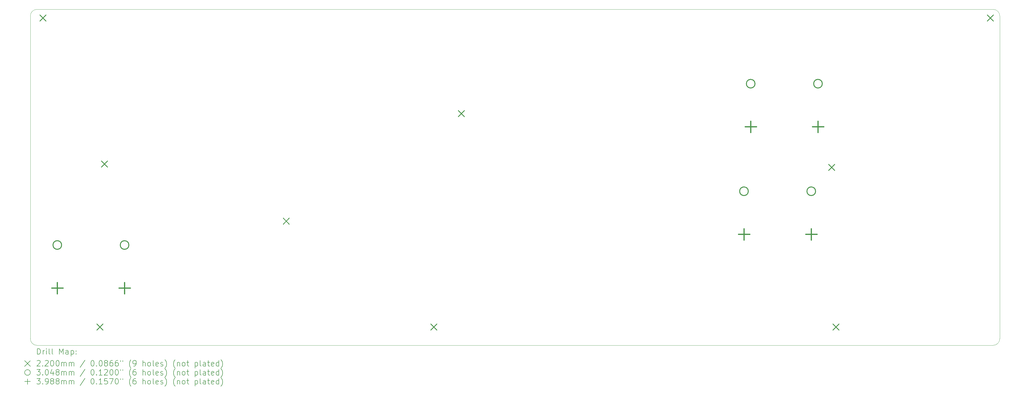
<source format=gbr>
%TF.GenerationSoftware,KiCad,Pcbnew,7.0.2*%
%TF.CreationDate,2023-05-08T20:33:36+02:00*%
%TF.ProjectId,verasity_PCB,76657261-7369-4747-995f-5043422e6b69,rev?*%
%TF.SameCoordinates,Original*%
%TF.FileFunction,Drillmap*%
%TF.FilePolarity,Positive*%
%FSLAX45Y45*%
G04 Gerber Fmt 4.5, Leading zero omitted, Abs format (unit mm)*
G04 Created by KiCad (PCBNEW 7.0.2) date 2023-05-08 20:33:36*
%MOMM*%
%LPD*%
G01*
G04 APERTURE LIST*
%ADD10C,0.010000*%
%ADD11C,0.200000*%
%ADD12C,0.220000*%
%ADD13C,0.304800*%
%ADD14C,0.398780*%
G04 APERTURE END LIST*
D10*
X-1190625Y-714375D02*
G75*
G03*
X-952500Y-952500I238125J0D01*
G01*
X-952500Y10953750D02*
G75*
G03*
X-1190625Y10715625I0J-238125D01*
G01*
X33099375Y10715625D02*
G75*
G03*
X32861250Y10953750I-238125J0D01*
G01*
X32861250Y-952500D02*
G75*
G03*
X33099375Y-714375I0J238125D01*
G01*
X32861250Y-952500D02*
X-952500Y-952500D01*
X33099375Y10715625D02*
X33099400Y-714375D01*
X-1190625Y-714375D02*
X-1190625Y10715625D01*
X-952500Y10953750D02*
X32861250Y10953750D01*
D11*
D12*
X-860000Y10760000D02*
X-640000Y10540000D01*
X-640000Y10760000D02*
X-860000Y10540000D01*
X1160000Y-190000D02*
X1380000Y-410000D01*
X1380000Y-190000D02*
X1160000Y-410000D01*
X1318750Y5586875D02*
X1538750Y5366875D01*
X1538750Y5586875D02*
X1318750Y5366875D01*
X7748125Y3562812D02*
X7968125Y3342812D01*
X7968125Y3562812D02*
X7748125Y3342812D01*
X12971000Y-190000D02*
X13191000Y-410000D01*
X13191000Y-190000D02*
X12971000Y-410000D01*
X13939375Y7372812D02*
X14159375Y7152812D01*
X14159375Y7372812D02*
X13939375Y7152812D01*
X27036250Y5467813D02*
X27256250Y5247813D01*
X27256250Y5467813D02*
X27036250Y5247813D01*
X27195000Y-190000D02*
X27415000Y-410000D01*
X27415000Y-190000D02*
X27195000Y-410000D01*
X32656000Y10760000D02*
X32876000Y10540000D01*
X32876000Y10760000D02*
X32656000Y10540000D01*
D13*
X-85100Y2603500D02*
G75*
G03*
X-85100Y2603500I-152400J0D01*
G01*
X2294900Y2603500D02*
G75*
G03*
X2294900Y2603500I-152400J0D01*
G01*
X24203650Y4508500D02*
G75*
G03*
X24203650Y4508500I-152400J0D01*
G01*
X24441775Y8318500D02*
G75*
G03*
X24441775Y8318500I-152400J0D01*
G01*
X26583650Y4508500D02*
G75*
G03*
X26583650Y4508500I-152400J0D01*
G01*
X26821775Y8318500D02*
G75*
G03*
X26821775Y8318500I-152400J0D01*
G01*
D14*
X-237500Y1278890D02*
X-237500Y880110D01*
X-436890Y1079500D02*
X-38110Y1079500D01*
X2142500Y1278890D02*
X2142500Y880110D01*
X1943110Y1079500D02*
X2341890Y1079500D01*
X24051250Y3183890D02*
X24051250Y2785110D01*
X23851860Y2984500D02*
X24250640Y2984500D01*
X24289375Y6993890D02*
X24289375Y6595110D01*
X24089985Y6794500D02*
X24488765Y6794500D01*
X26431250Y3183890D02*
X26431250Y2785110D01*
X26231860Y2984500D02*
X26630640Y2984500D01*
X26669375Y6993890D02*
X26669375Y6595110D01*
X26469985Y6794500D02*
X26868765Y6794500D01*
D11*
X-943506Y-1265524D02*
X-943506Y-1065524D01*
X-943506Y-1065524D02*
X-895887Y-1065524D01*
X-895887Y-1065524D02*
X-867315Y-1075048D01*
X-867315Y-1075048D02*
X-848268Y-1094095D01*
X-848268Y-1094095D02*
X-838744Y-1113143D01*
X-838744Y-1113143D02*
X-829220Y-1151238D01*
X-829220Y-1151238D02*
X-829220Y-1179810D01*
X-829220Y-1179810D02*
X-838744Y-1217905D01*
X-838744Y-1217905D02*
X-848268Y-1236952D01*
X-848268Y-1236952D02*
X-867315Y-1256000D01*
X-867315Y-1256000D02*
X-895887Y-1265524D01*
X-895887Y-1265524D02*
X-943506Y-1265524D01*
X-743506Y-1265524D02*
X-743506Y-1132190D01*
X-743506Y-1170286D02*
X-733982Y-1151238D01*
X-733982Y-1151238D02*
X-724458Y-1141714D01*
X-724458Y-1141714D02*
X-705411Y-1132190D01*
X-705411Y-1132190D02*
X-686363Y-1132190D01*
X-619696Y-1265524D02*
X-619696Y-1132190D01*
X-619696Y-1065524D02*
X-629220Y-1075048D01*
X-629220Y-1075048D02*
X-619696Y-1084571D01*
X-619696Y-1084571D02*
X-610173Y-1075048D01*
X-610173Y-1075048D02*
X-619696Y-1065524D01*
X-619696Y-1065524D02*
X-619696Y-1084571D01*
X-495887Y-1265524D02*
X-514934Y-1256000D01*
X-514934Y-1256000D02*
X-524458Y-1236952D01*
X-524458Y-1236952D02*
X-524458Y-1065524D01*
X-391125Y-1265524D02*
X-410173Y-1256000D01*
X-410173Y-1256000D02*
X-419696Y-1236952D01*
X-419696Y-1236952D02*
X-419696Y-1065524D01*
X-162554Y-1265524D02*
X-162554Y-1065524D01*
X-162554Y-1065524D02*
X-95887Y-1208381D01*
X-95887Y-1208381D02*
X-29220Y-1065524D01*
X-29220Y-1065524D02*
X-29220Y-1265524D01*
X151732Y-1265524D02*
X151732Y-1160762D01*
X151732Y-1160762D02*
X142208Y-1141714D01*
X142208Y-1141714D02*
X123161Y-1132190D01*
X123161Y-1132190D02*
X85065Y-1132190D01*
X85065Y-1132190D02*
X66018Y-1141714D01*
X151732Y-1256000D02*
X132685Y-1265524D01*
X132685Y-1265524D02*
X85065Y-1265524D01*
X85065Y-1265524D02*
X66018Y-1256000D01*
X66018Y-1256000D02*
X56494Y-1236952D01*
X56494Y-1236952D02*
X56494Y-1217905D01*
X56494Y-1217905D02*
X66018Y-1198857D01*
X66018Y-1198857D02*
X85065Y-1189333D01*
X85065Y-1189333D02*
X132685Y-1189333D01*
X132685Y-1189333D02*
X151732Y-1179810D01*
X246970Y-1132190D02*
X246970Y-1332190D01*
X246970Y-1141714D02*
X266018Y-1132190D01*
X266018Y-1132190D02*
X304113Y-1132190D01*
X304113Y-1132190D02*
X323161Y-1141714D01*
X323161Y-1141714D02*
X332685Y-1151238D01*
X332685Y-1151238D02*
X342208Y-1170286D01*
X342208Y-1170286D02*
X342208Y-1227429D01*
X342208Y-1227429D02*
X332685Y-1246476D01*
X332685Y-1246476D02*
X323161Y-1256000D01*
X323161Y-1256000D02*
X304113Y-1265524D01*
X304113Y-1265524D02*
X266018Y-1265524D01*
X266018Y-1265524D02*
X246970Y-1256000D01*
X427923Y-1246476D02*
X437446Y-1256000D01*
X437446Y-1256000D02*
X427923Y-1265524D01*
X427923Y-1265524D02*
X418399Y-1256000D01*
X418399Y-1256000D02*
X427923Y-1246476D01*
X427923Y-1246476D02*
X427923Y-1265524D01*
X427923Y-1141714D02*
X437446Y-1151238D01*
X437446Y-1151238D02*
X427923Y-1160762D01*
X427923Y-1160762D02*
X418399Y-1151238D01*
X418399Y-1151238D02*
X427923Y-1141714D01*
X427923Y-1141714D02*
X427923Y-1160762D01*
X-1391125Y-1493000D02*
X-1191125Y-1693000D01*
X-1191125Y-1493000D02*
X-1391125Y-1693000D01*
X-953030Y-1504571D02*
X-943506Y-1495048D01*
X-943506Y-1495048D02*
X-924458Y-1485524D01*
X-924458Y-1485524D02*
X-876839Y-1485524D01*
X-876839Y-1485524D02*
X-857792Y-1495048D01*
X-857792Y-1495048D02*
X-848268Y-1504571D01*
X-848268Y-1504571D02*
X-838744Y-1523619D01*
X-838744Y-1523619D02*
X-838744Y-1542667D01*
X-838744Y-1542667D02*
X-848268Y-1571238D01*
X-848268Y-1571238D02*
X-962553Y-1685524D01*
X-962553Y-1685524D02*
X-838744Y-1685524D01*
X-753030Y-1666476D02*
X-743506Y-1676000D01*
X-743506Y-1676000D02*
X-753030Y-1685524D01*
X-753030Y-1685524D02*
X-762553Y-1676000D01*
X-762553Y-1676000D02*
X-753030Y-1666476D01*
X-753030Y-1666476D02*
X-753030Y-1685524D01*
X-667315Y-1504571D02*
X-657792Y-1495048D01*
X-657792Y-1495048D02*
X-638744Y-1485524D01*
X-638744Y-1485524D02*
X-591125Y-1485524D01*
X-591125Y-1485524D02*
X-572077Y-1495048D01*
X-572077Y-1495048D02*
X-562554Y-1504571D01*
X-562554Y-1504571D02*
X-553030Y-1523619D01*
X-553030Y-1523619D02*
X-553030Y-1542667D01*
X-553030Y-1542667D02*
X-562554Y-1571238D01*
X-562554Y-1571238D02*
X-676839Y-1685524D01*
X-676839Y-1685524D02*
X-553030Y-1685524D01*
X-429220Y-1485524D02*
X-410172Y-1485524D01*
X-410172Y-1485524D02*
X-391125Y-1495048D01*
X-391125Y-1495048D02*
X-381601Y-1504571D01*
X-381601Y-1504571D02*
X-372077Y-1523619D01*
X-372077Y-1523619D02*
X-362553Y-1561714D01*
X-362553Y-1561714D02*
X-362553Y-1609333D01*
X-362553Y-1609333D02*
X-372077Y-1647428D01*
X-372077Y-1647428D02*
X-381601Y-1666476D01*
X-381601Y-1666476D02*
X-391125Y-1676000D01*
X-391125Y-1676000D02*
X-410172Y-1685524D01*
X-410172Y-1685524D02*
X-429220Y-1685524D01*
X-429220Y-1685524D02*
X-448268Y-1676000D01*
X-448268Y-1676000D02*
X-457792Y-1666476D01*
X-457792Y-1666476D02*
X-467315Y-1647428D01*
X-467315Y-1647428D02*
X-476839Y-1609333D01*
X-476839Y-1609333D02*
X-476839Y-1561714D01*
X-476839Y-1561714D02*
X-467315Y-1523619D01*
X-467315Y-1523619D02*
X-457792Y-1504571D01*
X-457792Y-1504571D02*
X-448268Y-1495048D01*
X-448268Y-1495048D02*
X-429220Y-1485524D01*
X-238744Y-1485524D02*
X-219696Y-1485524D01*
X-219696Y-1485524D02*
X-200649Y-1495048D01*
X-200649Y-1495048D02*
X-191125Y-1504571D01*
X-191125Y-1504571D02*
X-181601Y-1523619D01*
X-181601Y-1523619D02*
X-172077Y-1561714D01*
X-172077Y-1561714D02*
X-172077Y-1609333D01*
X-172077Y-1609333D02*
X-181601Y-1647428D01*
X-181601Y-1647428D02*
X-191125Y-1666476D01*
X-191125Y-1666476D02*
X-200649Y-1676000D01*
X-200649Y-1676000D02*
X-219696Y-1685524D01*
X-219696Y-1685524D02*
X-238744Y-1685524D01*
X-238744Y-1685524D02*
X-257792Y-1676000D01*
X-257792Y-1676000D02*
X-267315Y-1666476D01*
X-267315Y-1666476D02*
X-276839Y-1647428D01*
X-276839Y-1647428D02*
X-286363Y-1609333D01*
X-286363Y-1609333D02*
X-286363Y-1561714D01*
X-286363Y-1561714D02*
X-276839Y-1523619D01*
X-276839Y-1523619D02*
X-267315Y-1504571D01*
X-267315Y-1504571D02*
X-257792Y-1495048D01*
X-257792Y-1495048D02*
X-238744Y-1485524D01*
X-86363Y-1685524D02*
X-86363Y-1552190D01*
X-86363Y-1571238D02*
X-76839Y-1561714D01*
X-76839Y-1561714D02*
X-57792Y-1552190D01*
X-57792Y-1552190D02*
X-29220Y-1552190D01*
X-29220Y-1552190D02*
X-10173Y-1561714D01*
X-10173Y-1561714D02*
X-649Y-1580762D01*
X-649Y-1580762D02*
X-649Y-1685524D01*
X-649Y-1580762D02*
X8875Y-1561714D01*
X8875Y-1561714D02*
X27923Y-1552190D01*
X27923Y-1552190D02*
X56494Y-1552190D01*
X56494Y-1552190D02*
X75542Y-1561714D01*
X75542Y-1561714D02*
X85066Y-1580762D01*
X85066Y-1580762D02*
X85066Y-1685524D01*
X180304Y-1685524D02*
X180304Y-1552190D01*
X180304Y-1571238D02*
X189827Y-1561714D01*
X189827Y-1561714D02*
X208875Y-1552190D01*
X208875Y-1552190D02*
X237446Y-1552190D01*
X237446Y-1552190D02*
X256494Y-1561714D01*
X256494Y-1561714D02*
X266018Y-1580762D01*
X266018Y-1580762D02*
X266018Y-1685524D01*
X266018Y-1580762D02*
X275542Y-1561714D01*
X275542Y-1561714D02*
X294589Y-1552190D01*
X294589Y-1552190D02*
X323161Y-1552190D01*
X323161Y-1552190D02*
X342208Y-1561714D01*
X342208Y-1561714D02*
X351732Y-1580762D01*
X351732Y-1580762D02*
X351732Y-1685524D01*
X742208Y-1476000D02*
X570780Y-1733143D01*
X999351Y-1485524D02*
X1018399Y-1485524D01*
X1018399Y-1485524D02*
X1037447Y-1495048D01*
X1037447Y-1495048D02*
X1046970Y-1504571D01*
X1046970Y-1504571D02*
X1056494Y-1523619D01*
X1056494Y-1523619D02*
X1066018Y-1561714D01*
X1066018Y-1561714D02*
X1066018Y-1609333D01*
X1066018Y-1609333D02*
X1056494Y-1647428D01*
X1056494Y-1647428D02*
X1046970Y-1666476D01*
X1046970Y-1666476D02*
X1037447Y-1676000D01*
X1037447Y-1676000D02*
X1018399Y-1685524D01*
X1018399Y-1685524D02*
X999351Y-1685524D01*
X999351Y-1685524D02*
X980304Y-1676000D01*
X980304Y-1676000D02*
X970780Y-1666476D01*
X970780Y-1666476D02*
X961256Y-1647428D01*
X961256Y-1647428D02*
X951732Y-1609333D01*
X951732Y-1609333D02*
X951732Y-1561714D01*
X951732Y-1561714D02*
X961256Y-1523619D01*
X961256Y-1523619D02*
X970780Y-1504571D01*
X970780Y-1504571D02*
X980304Y-1495048D01*
X980304Y-1495048D02*
X999351Y-1485524D01*
X1151732Y-1666476D02*
X1161256Y-1676000D01*
X1161256Y-1676000D02*
X1151732Y-1685524D01*
X1151732Y-1685524D02*
X1142209Y-1676000D01*
X1142209Y-1676000D02*
X1151732Y-1666476D01*
X1151732Y-1666476D02*
X1151732Y-1685524D01*
X1285066Y-1485524D02*
X1304113Y-1485524D01*
X1304113Y-1485524D02*
X1323161Y-1495048D01*
X1323161Y-1495048D02*
X1332685Y-1504571D01*
X1332685Y-1504571D02*
X1342209Y-1523619D01*
X1342209Y-1523619D02*
X1351732Y-1561714D01*
X1351732Y-1561714D02*
X1351732Y-1609333D01*
X1351732Y-1609333D02*
X1342209Y-1647428D01*
X1342209Y-1647428D02*
X1332685Y-1666476D01*
X1332685Y-1666476D02*
X1323161Y-1676000D01*
X1323161Y-1676000D02*
X1304113Y-1685524D01*
X1304113Y-1685524D02*
X1285066Y-1685524D01*
X1285066Y-1685524D02*
X1266018Y-1676000D01*
X1266018Y-1676000D02*
X1256494Y-1666476D01*
X1256494Y-1666476D02*
X1246970Y-1647428D01*
X1246970Y-1647428D02*
X1237447Y-1609333D01*
X1237447Y-1609333D02*
X1237447Y-1561714D01*
X1237447Y-1561714D02*
X1246970Y-1523619D01*
X1246970Y-1523619D02*
X1256494Y-1504571D01*
X1256494Y-1504571D02*
X1266018Y-1495048D01*
X1266018Y-1495048D02*
X1285066Y-1485524D01*
X1466018Y-1571238D02*
X1446970Y-1561714D01*
X1446970Y-1561714D02*
X1437447Y-1552190D01*
X1437447Y-1552190D02*
X1427923Y-1533143D01*
X1427923Y-1533143D02*
X1427923Y-1523619D01*
X1427923Y-1523619D02*
X1437447Y-1504571D01*
X1437447Y-1504571D02*
X1446970Y-1495048D01*
X1446970Y-1495048D02*
X1466018Y-1485524D01*
X1466018Y-1485524D02*
X1504113Y-1485524D01*
X1504113Y-1485524D02*
X1523161Y-1495048D01*
X1523161Y-1495048D02*
X1532685Y-1504571D01*
X1532685Y-1504571D02*
X1542208Y-1523619D01*
X1542208Y-1523619D02*
X1542208Y-1533143D01*
X1542208Y-1533143D02*
X1532685Y-1552190D01*
X1532685Y-1552190D02*
X1523161Y-1561714D01*
X1523161Y-1561714D02*
X1504113Y-1571238D01*
X1504113Y-1571238D02*
X1466018Y-1571238D01*
X1466018Y-1571238D02*
X1446970Y-1580762D01*
X1446970Y-1580762D02*
X1437447Y-1590286D01*
X1437447Y-1590286D02*
X1427923Y-1609333D01*
X1427923Y-1609333D02*
X1427923Y-1647428D01*
X1427923Y-1647428D02*
X1437447Y-1666476D01*
X1437447Y-1666476D02*
X1446970Y-1676000D01*
X1446970Y-1676000D02*
X1466018Y-1685524D01*
X1466018Y-1685524D02*
X1504113Y-1685524D01*
X1504113Y-1685524D02*
X1523161Y-1676000D01*
X1523161Y-1676000D02*
X1532685Y-1666476D01*
X1532685Y-1666476D02*
X1542208Y-1647428D01*
X1542208Y-1647428D02*
X1542208Y-1609333D01*
X1542208Y-1609333D02*
X1532685Y-1590286D01*
X1532685Y-1590286D02*
X1523161Y-1580762D01*
X1523161Y-1580762D02*
X1504113Y-1571238D01*
X1713637Y-1485524D02*
X1675542Y-1485524D01*
X1675542Y-1485524D02*
X1656494Y-1495048D01*
X1656494Y-1495048D02*
X1646970Y-1504571D01*
X1646970Y-1504571D02*
X1627923Y-1533143D01*
X1627923Y-1533143D02*
X1618399Y-1571238D01*
X1618399Y-1571238D02*
X1618399Y-1647428D01*
X1618399Y-1647428D02*
X1627923Y-1666476D01*
X1627923Y-1666476D02*
X1637447Y-1676000D01*
X1637447Y-1676000D02*
X1656494Y-1685524D01*
X1656494Y-1685524D02*
X1694589Y-1685524D01*
X1694589Y-1685524D02*
X1713637Y-1676000D01*
X1713637Y-1676000D02*
X1723161Y-1666476D01*
X1723161Y-1666476D02*
X1732685Y-1647428D01*
X1732685Y-1647428D02*
X1732685Y-1599809D01*
X1732685Y-1599809D02*
X1723161Y-1580762D01*
X1723161Y-1580762D02*
X1713637Y-1571238D01*
X1713637Y-1571238D02*
X1694589Y-1561714D01*
X1694589Y-1561714D02*
X1656494Y-1561714D01*
X1656494Y-1561714D02*
X1637447Y-1571238D01*
X1637447Y-1571238D02*
X1627923Y-1580762D01*
X1627923Y-1580762D02*
X1618399Y-1599809D01*
X1904113Y-1485524D02*
X1866018Y-1485524D01*
X1866018Y-1485524D02*
X1846970Y-1495048D01*
X1846970Y-1495048D02*
X1837447Y-1504571D01*
X1837447Y-1504571D02*
X1818399Y-1533143D01*
X1818399Y-1533143D02*
X1808875Y-1571238D01*
X1808875Y-1571238D02*
X1808875Y-1647428D01*
X1808875Y-1647428D02*
X1818399Y-1666476D01*
X1818399Y-1666476D02*
X1827923Y-1676000D01*
X1827923Y-1676000D02*
X1846970Y-1685524D01*
X1846970Y-1685524D02*
X1885066Y-1685524D01*
X1885066Y-1685524D02*
X1904113Y-1676000D01*
X1904113Y-1676000D02*
X1913637Y-1666476D01*
X1913637Y-1666476D02*
X1923161Y-1647428D01*
X1923161Y-1647428D02*
X1923161Y-1599809D01*
X1923161Y-1599809D02*
X1913637Y-1580762D01*
X1913637Y-1580762D02*
X1904113Y-1571238D01*
X1904113Y-1571238D02*
X1885066Y-1561714D01*
X1885066Y-1561714D02*
X1846970Y-1561714D01*
X1846970Y-1561714D02*
X1827923Y-1571238D01*
X1827923Y-1571238D02*
X1818399Y-1580762D01*
X1818399Y-1580762D02*
X1808875Y-1599809D01*
X1999351Y-1485524D02*
X1999351Y-1523619D01*
X2075542Y-1485524D02*
X2075542Y-1523619D01*
X2370780Y-1761714D02*
X2361256Y-1752190D01*
X2361256Y-1752190D02*
X2342209Y-1723619D01*
X2342209Y-1723619D02*
X2332685Y-1704571D01*
X2332685Y-1704571D02*
X2323161Y-1676000D01*
X2323161Y-1676000D02*
X2313637Y-1628381D01*
X2313637Y-1628381D02*
X2313637Y-1590286D01*
X2313637Y-1590286D02*
X2323161Y-1542667D01*
X2323161Y-1542667D02*
X2332685Y-1514095D01*
X2332685Y-1514095D02*
X2342209Y-1495048D01*
X2342209Y-1495048D02*
X2361256Y-1466476D01*
X2361256Y-1466476D02*
X2370780Y-1456952D01*
X2456494Y-1685524D02*
X2494590Y-1685524D01*
X2494590Y-1685524D02*
X2513637Y-1676000D01*
X2513637Y-1676000D02*
X2523161Y-1666476D01*
X2523161Y-1666476D02*
X2542209Y-1637905D01*
X2542209Y-1637905D02*
X2551732Y-1599809D01*
X2551732Y-1599809D02*
X2551732Y-1523619D01*
X2551732Y-1523619D02*
X2542209Y-1504571D01*
X2542209Y-1504571D02*
X2532685Y-1495048D01*
X2532685Y-1495048D02*
X2513637Y-1485524D01*
X2513637Y-1485524D02*
X2475542Y-1485524D01*
X2475542Y-1485524D02*
X2456494Y-1495048D01*
X2456494Y-1495048D02*
X2446971Y-1504571D01*
X2446971Y-1504571D02*
X2437447Y-1523619D01*
X2437447Y-1523619D02*
X2437447Y-1571238D01*
X2437447Y-1571238D02*
X2446971Y-1590286D01*
X2446971Y-1590286D02*
X2456494Y-1599809D01*
X2456494Y-1599809D02*
X2475542Y-1609333D01*
X2475542Y-1609333D02*
X2513637Y-1609333D01*
X2513637Y-1609333D02*
X2532685Y-1599809D01*
X2532685Y-1599809D02*
X2542209Y-1590286D01*
X2542209Y-1590286D02*
X2551732Y-1571238D01*
X2789828Y-1685524D02*
X2789828Y-1485524D01*
X2875542Y-1685524D02*
X2875542Y-1580762D01*
X2875542Y-1580762D02*
X2866018Y-1561714D01*
X2866018Y-1561714D02*
X2846971Y-1552190D01*
X2846971Y-1552190D02*
X2818399Y-1552190D01*
X2818399Y-1552190D02*
X2799351Y-1561714D01*
X2799351Y-1561714D02*
X2789828Y-1571238D01*
X2999351Y-1685524D02*
X2980304Y-1676000D01*
X2980304Y-1676000D02*
X2970780Y-1666476D01*
X2970780Y-1666476D02*
X2961256Y-1647428D01*
X2961256Y-1647428D02*
X2961256Y-1590286D01*
X2961256Y-1590286D02*
X2970780Y-1571238D01*
X2970780Y-1571238D02*
X2980304Y-1561714D01*
X2980304Y-1561714D02*
X2999351Y-1552190D01*
X2999351Y-1552190D02*
X3027923Y-1552190D01*
X3027923Y-1552190D02*
X3046971Y-1561714D01*
X3046971Y-1561714D02*
X3056494Y-1571238D01*
X3056494Y-1571238D02*
X3066018Y-1590286D01*
X3066018Y-1590286D02*
X3066018Y-1647428D01*
X3066018Y-1647428D02*
X3056494Y-1666476D01*
X3056494Y-1666476D02*
X3046971Y-1676000D01*
X3046971Y-1676000D02*
X3027923Y-1685524D01*
X3027923Y-1685524D02*
X2999351Y-1685524D01*
X3180304Y-1685524D02*
X3161256Y-1676000D01*
X3161256Y-1676000D02*
X3151732Y-1656952D01*
X3151732Y-1656952D02*
X3151732Y-1485524D01*
X3332685Y-1676000D02*
X3313637Y-1685524D01*
X3313637Y-1685524D02*
X3275542Y-1685524D01*
X3275542Y-1685524D02*
X3256494Y-1676000D01*
X3256494Y-1676000D02*
X3246971Y-1656952D01*
X3246971Y-1656952D02*
X3246971Y-1580762D01*
X3246971Y-1580762D02*
X3256494Y-1561714D01*
X3256494Y-1561714D02*
X3275542Y-1552190D01*
X3275542Y-1552190D02*
X3313637Y-1552190D01*
X3313637Y-1552190D02*
X3332685Y-1561714D01*
X3332685Y-1561714D02*
X3342209Y-1580762D01*
X3342209Y-1580762D02*
X3342209Y-1599809D01*
X3342209Y-1599809D02*
X3246971Y-1618857D01*
X3418399Y-1676000D02*
X3437447Y-1685524D01*
X3437447Y-1685524D02*
X3475542Y-1685524D01*
X3475542Y-1685524D02*
X3494590Y-1676000D01*
X3494590Y-1676000D02*
X3504113Y-1656952D01*
X3504113Y-1656952D02*
X3504113Y-1647428D01*
X3504113Y-1647428D02*
X3494590Y-1628381D01*
X3494590Y-1628381D02*
X3475542Y-1618857D01*
X3475542Y-1618857D02*
X3446971Y-1618857D01*
X3446971Y-1618857D02*
X3427923Y-1609333D01*
X3427923Y-1609333D02*
X3418399Y-1590286D01*
X3418399Y-1590286D02*
X3418399Y-1580762D01*
X3418399Y-1580762D02*
X3427923Y-1561714D01*
X3427923Y-1561714D02*
X3446971Y-1552190D01*
X3446971Y-1552190D02*
X3475542Y-1552190D01*
X3475542Y-1552190D02*
X3494590Y-1561714D01*
X3570780Y-1761714D02*
X3580304Y-1752190D01*
X3580304Y-1752190D02*
X3599352Y-1723619D01*
X3599352Y-1723619D02*
X3608875Y-1704571D01*
X3608875Y-1704571D02*
X3618399Y-1676000D01*
X3618399Y-1676000D02*
X3627923Y-1628381D01*
X3627923Y-1628381D02*
X3627923Y-1590286D01*
X3627923Y-1590286D02*
X3618399Y-1542667D01*
X3618399Y-1542667D02*
X3608875Y-1514095D01*
X3608875Y-1514095D02*
X3599352Y-1495048D01*
X3599352Y-1495048D02*
X3580304Y-1466476D01*
X3580304Y-1466476D02*
X3570780Y-1456952D01*
X3932685Y-1761714D02*
X3923161Y-1752190D01*
X3923161Y-1752190D02*
X3904113Y-1723619D01*
X3904113Y-1723619D02*
X3894590Y-1704571D01*
X3894590Y-1704571D02*
X3885066Y-1676000D01*
X3885066Y-1676000D02*
X3875542Y-1628381D01*
X3875542Y-1628381D02*
X3875542Y-1590286D01*
X3875542Y-1590286D02*
X3885066Y-1542667D01*
X3885066Y-1542667D02*
X3894590Y-1514095D01*
X3894590Y-1514095D02*
X3904113Y-1495048D01*
X3904113Y-1495048D02*
X3923161Y-1466476D01*
X3923161Y-1466476D02*
X3932685Y-1456952D01*
X4008875Y-1552190D02*
X4008875Y-1685524D01*
X4008875Y-1571238D02*
X4018399Y-1561714D01*
X4018399Y-1561714D02*
X4037447Y-1552190D01*
X4037447Y-1552190D02*
X4066018Y-1552190D01*
X4066018Y-1552190D02*
X4085066Y-1561714D01*
X4085066Y-1561714D02*
X4094590Y-1580762D01*
X4094590Y-1580762D02*
X4094590Y-1685524D01*
X4218399Y-1685524D02*
X4199352Y-1676000D01*
X4199352Y-1676000D02*
X4189828Y-1666476D01*
X4189828Y-1666476D02*
X4180304Y-1647428D01*
X4180304Y-1647428D02*
X4180304Y-1590286D01*
X4180304Y-1590286D02*
X4189828Y-1571238D01*
X4189828Y-1571238D02*
X4199352Y-1561714D01*
X4199352Y-1561714D02*
X4218399Y-1552190D01*
X4218399Y-1552190D02*
X4246971Y-1552190D01*
X4246971Y-1552190D02*
X4266018Y-1561714D01*
X4266018Y-1561714D02*
X4275542Y-1571238D01*
X4275542Y-1571238D02*
X4285066Y-1590286D01*
X4285066Y-1590286D02*
X4285066Y-1647428D01*
X4285066Y-1647428D02*
X4275542Y-1666476D01*
X4275542Y-1666476D02*
X4266018Y-1676000D01*
X4266018Y-1676000D02*
X4246971Y-1685524D01*
X4246971Y-1685524D02*
X4218399Y-1685524D01*
X4342209Y-1552190D02*
X4418399Y-1552190D01*
X4370780Y-1485524D02*
X4370780Y-1656952D01*
X4370780Y-1656952D02*
X4380304Y-1676000D01*
X4380304Y-1676000D02*
X4399352Y-1685524D01*
X4399352Y-1685524D02*
X4418399Y-1685524D01*
X4637447Y-1552190D02*
X4637447Y-1752190D01*
X4637447Y-1561714D02*
X4656495Y-1552190D01*
X4656495Y-1552190D02*
X4694590Y-1552190D01*
X4694590Y-1552190D02*
X4713637Y-1561714D01*
X4713637Y-1561714D02*
X4723161Y-1571238D01*
X4723161Y-1571238D02*
X4732685Y-1590286D01*
X4732685Y-1590286D02*
X4732685Y-1647428D01*
X4732685Y-1647428D02*
X4723161Y-1666476D01*
X4723161Y-1666476D02*
X4713637Y-1676000D01*
X4713637Y-1676000D02*
X4694590Y-1685524D01*
X4694590Y-1685524D02*
X4656495Y-1685524D01*
X4656495Y-1685524D02*
X4637447Y-1676000D01*
X4846971Y-1685524D02*
X4827923Y-1676000D01*
X4827923Y-1676000D02*
X4818399Y-1656952D01*
X4818399Y-1656952D02*
X4818399Y-1485524D01*
X5008876Y-1685524D02*
X5008876Y-1580762D01*
X5008876Y-1580762D02*
X4999352Y-1561714D01*
X4999352Y-1561714D02*
X4980304Y-1552190D01*
X4980304Y-1552190D02*
X4942209Y-1552190D01*
X4942209Y-1552190D02*
X4923161Y-1561714D01*
X5008876Y-1676000D02*
X4989828Y-1685524D01*
X4989828Y-1685524D02*
X4942209Y-1685524D01*
X4942209Y-1685524D02*
X4923161Y-1676000D01*
X4923161Y-1676000D02*
X4913637Y-1656952D01*
X4913637Y-1656952D02*
X4913637Y-1637905D01*
X4913637Y-1637905D02*
X4923161Y-1618857D01*
X4923161Y-1618857D02*
X4942209Y-1609333D01*
X4942209Y-1609333D02*
X4989828Y-1609333D01*
X4989828Y-1609333D02*
X5008876Y-1599809D01*
X5075542Y-1552190D02*
X5151733Y-1552190D01*
X5104114Y-1485524D02*
X5104114Y-1656952D01*
X5104114Y-1656952D02*
X5113637Y-1676000D01*
X5113637Y-1676000D02*
X5132685Y-1685524D01*
X5132685Y-1685524D02*
X5151733Y-1685524D01*
X5294590Y-1676000D02*
X5275542Y-1685524D01*
X5275542Y-1685524D02*
X5237447Y-1685524D01*
X5237447Y-1685524D02*
X5218399Y-1676000D01*
X5218399Y-1676000D02*
X5208876Y-1656952D01*
X5208876Y-1656952D02*
X5208876Y-1580762D01*
X5208876Y-1580762D02*
X5218399Y-1561714D01*
X5218399Y-1561714D02*
X5237447Y-1552190D01*
X5237447Y-1552190D02*
X5275542Y-1552190D01*
X5275542Y-1552190D02*
X5294590Y-1561714D01*
X5294590Y-1561714D02*
X5304114Y-1580762D01*
X5304114Y-1580762D02*
X5304114Y-1599809D01*
X5304114Y-1599809D02*
X5208876Y-1618857D01*
X5475542Y-1685524D02*
X5475542Y-1485524D01*
X5475542Y-1676000D02*
X5456495Y-1685524D01*
X5456495Y-1685524D02*
X5418399Y-1685524D01*
X5418399Y-1685524D02*
X5399352Y-1676000D01*
X5399352Y-1676000D02*
X5389828Y-1666476D01*
X5389828Y-1666476D02*
X5380304Y-1647428D01*
X5380304Y-1647428D02*
X5380304Y-1590286D01*
X5380304Y-1590286D02*
X5389828Y-1571238D01*
X5389828Y-1571238D02*
X5399352Y-1561714D01*
X5399352Y-1561714D02*
X5418399Y-1552190D01*
X5418399Y-1552190D02*
X5456495Y-1552190D01*
X5456495Y-1552190D02*
X5475542Y-1561714D01*
X5551733Y-1761714D02*
X5561257Y-1752190D01*
X5561257Y-1752190D02*
X5580304Y-1723619D01*
X5580304Y-1723619D02*
X5589828Y-1704571D01*
X5589828Y-1704571D02*
X5599352Y-1676000D01*
X5599352Y-1676000D02*
X5608875Y-1628381D01*
X5608875Y-1628381D02*
X5608875Y-1590286D01*
X5608875Y-1590286D02*
X5599352Y-1542667D01*
X5599352Y-1542667D02*
X5589828Y-1514095D01*
X5589828Y-1514095D02*
X5580304Y-1495048D01*
X5580304Y-1495048D02*
X5561257Y-1466476D01*
X5561257Y-1466476D02*
X5551733Y-1456952D01*
X-1191125Y-1913000D02*
G75*
G03*
X-1191125Y-1913000I-100000J0D01*
G01*
X-962553Y-1805524D02*
X-838744Y-1805524D01*
X-838744Y-1805524D02*
X-905411Y-1881714D01*
X-905411Y-1881714D02*
X-876839Y-1881714D01*
X-876839Y-1881714D02*
X-857792Y-1891238D01*
X-857792Y-1891238D02*
X-848268Y-1900762D01*
X-848268Y-1900762D02*
X-838744Y-1919809D01*
X-838744Y-1919809D02*
X-838744Y-1967428D01*
X-838744Y-1967428D02*
X-848268Y-1986476D01*
X-848268Y-1986476D02*
X-857792Y-1996000D01*
X-857792Y-1996000D02*
X-876839Y-2005524D01*
X-876839Y-2005524D02*
X-933982Y-2005524D01*
X-933982Y-2005524D02*
X-953030Y-1996000D01*
X-953030Y-1996000D02*
X-962553Y-1986476D01*
X-753030Y-1986476D02*
X-743506Y-1996000D01*
X-743506Y-1996000D02*
X-753030Y-2005524D01*
X-753030Y-2005524D02*
X-762553Y-1996000D01*
X-762553Y-1996000D02*
X-753030Y-1986476D01*
X-753030Y-1986476D02*
X-753030Y-2005524D01*
X-619696Y-1805524D02*
X-600649Y-1805524D01*
X-600649Y-1805524D02*
X-581601Y-1815048D01*
X-581601Y-1815048D02*
X-572077Y-1824571D01*
X-572077Y-1824571D02*
X-562554Y-1843619D01*
X-562554Y-1843619D02*
X-553030Y-1881714D01*
X-553030Y-1881714D02*
X-553030Y-1929333D01*
X-553030Y-1929333D02*
X-562554Y-1967428D01*
X-562554Y-1967428D02*
X-572077Y-1986476D01*
X-572077Y-1986476D02*
X-581601Y-1996000D01*
X-581601Y-1996000D02*
X-600649Y-2005524D01*
X-600649Y-2005524D02*
X-619696Y-2005524D01*
X-619696Y-2005524D02*
X-638744Y-1996000D01*
X-638744Y-1996000D02*
X-648268Y-1986476D01*
X-648268Y-1986476D02*
X-657792Y-1967428D01*
X-657792Y-1967428D02*
X-667315Y-1929333D01*
X-667315Y-1929333D02*
X-667315Y-1881714D01*
X-667315Y-1881714D02*
X-657792Y-1843619D01*
X-657792Y-1843619D02*
X-648268Y-1824571D01*
X-648268Y-1824571D02*
X-638744Y-1815048D01*
X-638744Y-1815048D02*
X-619696Y-1805524D01*
X-381601Y-1872190D02*
X-381601Y-2005524D01*
X-429220Y-1796000D02*
X-476839Y-1938857D01*
X-476839Y-1938857D02*
X-353030Y-1938857D01*
X-248268Y-1891238D02*
X-267315Y-1881714D01*
X-267315Y-1881714D02*
X-276839Y-1872190D01*
X-276839Y-1872190D02*
X-286363Y-1853143D01*
X-286363Y-1853143D02*
X-286363Y-1843619D01*
X-286363Y-1843619D02*
X-276839Y-1824571D01*
X-276839Y-1824571D02*
X-267315Y-1815048D01*
X-267315Y-1815048D02*
X-248268Y-1805524D01*
X-248268Y-1805524D02*
X-210172Y-1805524D01*
X-210172Y-1805524D02*
X-191125Y-1815048D01*
X-191125Y-1815048D02*
X-181601Y-1824571D01*
X-181601Y-1824571D02*
X-172077Y-1843619D01*
X-172077Y-1843619D02*
X-172077Y-1853143D01*
X-172077Y-1853143D02*
X-181601Y-1872190D01*
X-181601Y-1872190D02*
X-191125Y-1881714D01*
X-191125Y-1881714D02*
X-210172Y-1891238D01*
X-210172Y-1891238D02*
X-248268Y-1891238D01*
X-248268Y-1891238D02*
X-267315Y-1900762D01*
X-267315Y-1900762D02*
X-276839Y-1910286D01*
X-276839Y-1910286D02*
X-286363Y-1929333D01*
X-286363Y-1929333D02*
X-286363Y-1967428D01*
X-286363Y-1967428D02*
X-276839Y-1986476D01*
X-276839Y-1986476D02*
X-267315Y-1996000D01*
X-267315Y-1996000D02*
X-248268Y-2005524D01*
X-248268Y-2005524D02*
X-210172Y-2005524D01*
X-210172Y-2005524D02*
X-191125Y-1996000D01*
X-191125Y-1996000D02*
X-181601Y-1986476D01*
X-181601Y-1986476D02*
X-172077Y-1967428D01*
X-172077Y-1967428D02*
X-172077Y-1929333D01*
X-172077Y-1929333D02*
X-181601Y-1910286D01*
X-181601Y-1910286D02*
X-191125Y-1900762D01*
X-191125Y-1900762D02*
X-210172Y-1891238D01*
X-86363Y-2005524D02*
X-86363Y-1872190D01*
X-86363Y-1891238D02*
X-76839Y-1881714D01*
X-76839Y-1881714D02*
X-57792Y-1872190D01*
X-57792Y-1872190D02*
X-29220Y-1872190D01*
X-29220Y-1872190D02*
X-10173Y-1881714D01*
X-10173Y-1881714D02*
X-649Y-1900762D01*
X-649Y-1900762D02*
X-649Y-2005524D01*
X-649Y-1900762D02*
X8875Y-1881714D01*
X8875Y-1881714D02*
X27923Y-1872190D01*
X27923Y-1872190D02*
X56494Y-1872190D01*
X56494Y-1872190D02*
X75542Y-1881714D01*
X75542Y-1881714D02*
X85066Y-1900762D01*
X85066Y-1900762D02*
X85066Y-2005524D01*
X180304Y-2005524D02*
X180304Y-1872190D01*
X180304Y-1891238D02*
X189827Y-1881714D01*
X189827Y-1881714D02*
X208875Y-1872190D01*
X208875Y-1872190D02*
X237446Y-1872190D01*
X237446Y-1872190D02*
X256494Y-1881714D01*
X256494Y-1881714D02*
X266018Y-1900762D01*
X266018Y-1900762D02*
X266018Y-2005524D01*
X266018Y-1900762D02*
X275542Y-1881714D01*
X275542Y-1881714D02*
X294589Y-1872190D01*
X294589Y-1872190D02*
X323161Y-1872190D01*
X323161Y-1872190D02*
X342208Y-1881714D01*
X342208Y-1881714D02*
X351732Y-1900762D01*
X351732Y-1900762D02*
X351732Y-2005524D01*
X742208Y-1796000D02*
X570780Y-2053143D01*
X999351Y-1805524D02*
X1018399Y-1805524D01*
X1018399Y-1805524D02*
X1037447Y-1815048D01*
X1037447Y-1815048D02*
X1046970Y-1824571D01*
X1046970Y-1824571D02*
X1056494Y-1843619D01*
X1056494Y-1843619D02*
X1066018Y-1881714D01*
X1066018Y-1881714D02*
X1066018Y-1929333D01*
X1066018Y-1929333D02*
X1056494Y-1967428D01*
X1056494Y-1967428D02*
X1046970Y-1986476D01*
X1046970Y-1986476D02*
X1037447Y-1996000D01*
X1037447Y-1996000D02*
X1018399Y-2005524D01*
X1018399Y-2005524D02*
X999351Y-2005524D01*
X999351Y-2005524D02*
X980304Y-1996000D01*
X980304Y-1996000D02*
X970780Y-1986476D01*
X970780Y-1986476D02*
X961256Y-1967428D01*
X961256Y-1967428D02*
X951732Y-1929333D01*
X951732Y-1929333D02*
X951732Y-1881714D01*
X951732Y-1881714D02*
X961256Y-1843619D01*
X961256Y-1843619D02*
X970780Y-1824571D01*
X970780Y-1824571D02*
X980304Y-1815048D01*
X980304Y-1815048D02*
X999351Y-1805524D01*
X1151732Y-1986476D02*
X1161256Y-1996000D01*
X1161256Y-1996000D02*
X1151732Y-2005524D01*
X1151732Y-2005524D02*
X1142209Y-1996000D01*
X1142209Y-1996000D02*
X1151732Y-1986476D01*
X1151732Y-1986476D02*
X1151732Y-2005524D01*
X1351732Y-2005524D02*
X1237447Y-2005524D01*
X1294589Y-2005524D02*
X1294589Y-1805524D01*
X1294589Y-1805524D02*
X1275542Y-1834095D01*
X1275542Y-1834095D02*
X1256494Y-1853143D01*
X1256494Y-1853143D02*
X1237447Y-1862667D01*
X1427923Y-1824571D02*
X1437447Y-1815048D01*
X1437447Y-1815048D02*
X1456494Y-1805524D01*
X1456494Y-1805524D02*
X1504113Y-1805524D01*
X1504113Y-1805524D02*
X1523161Y-1815048D01*
X1523161Y-1815048D02*
X1532685Y-1824571D01*
X1532685Y-1824571D02*
X1542208Y-1843619D01*
X1542208Y-1843619D02*
X1542208Y-1862667D01*
X1542208Y-1862667D02*
X1532685Y-1891238D01*
X1532685Y-1891238D02*
X1418399Y-2005524D01*
X1418399Y-2005524D02*
X1542208Y-2005524D01*
X1666018Y-1805524D02*
X1685066Y-1805524D01*
X1685066Y-1805524D02*
X1704113Y-1815048D01*
X1704113Y-1815048D02*
X1713637Y-1824571D01*
X1713637Y-1824571D02*
X1723161Y-1843619D01*
X1723161Y-1843619D02*
X1732685Y-1881714D01*
X1732685Y-1881714D02*
X1732685Y-1929333D01*
X1732685Y-1929333D02*
X1723161Y-1967428D01*
X1723161Y-1967428D02*
X1713637Y-1986476D01*
X1713637Y-1986476D02*
X1704113Y-1996000D01*
X1704113Y-1996000D02*
X1685066Y-2005524D01*
X1685066Y-2005524D02*
X1666018Y-2005524D01*
X1666018Y-2005524D02*
X1646970Y-1996000D01*
X1646970Y-1996000D02*
X1637447Y-1986476D01*
X1637447Y-1986476D02*
X1627923Y-1967428D01*
X1627923Y-1967428D02*
X1618399Y-1929333D01*
X1618399Y-1929333D02*
X1618399Y-1881714D01*
X1618399Y-1881714D02*
X1627923Y-1843619D01*
X1627923Y-1843619D02*
X1637447Y-1824571D01*
X1637447Y-1824571D02*
X1646970Y-1815048D01*
X1646970Y-1815048D02*
X1666018Y-1805524D01*
X1856494Y-1805524D02*
X1875542Y-1805524D01*
X1875542Y-1805524D02*
X1894589Y-1815048D01*
X1894589Y-1815048D02*
X1904113Y-1824571D01*
X1904113Y-1824571D02*
X1913637Y-1843619D01*
X1913637Y-1843619D02*
X1923161Y-1881714D01*
X1923161Y-1881714D02*
X1923161Y-1929333D01*
X1923161Y-1929333D02*
X1913637Y-1967428D01*
X1913637Y-1967428D02*
X1904113Y-1986476D01*
X1904113Y-1986476D02*
X1894589Y-1996000D01*
X1894589Y-1996000D02*
X1875542Y-2005524D01*
X1875542Y-2005524D02*
X1856494Y-2005524D01*
X1856494Y-2005524D02*
X1837447Y-1996000D01*
X1837447Y-1996000D02*
X1827923Y-1986476D01*
X1827923Y-1986476D02*
X1818399Y-1967428D01*
X1818399Y-1967428D02*
X1808875Y-1929333D01*
X1808875Y-1929333D02*
X1808875Y-1881714D01*
X1808875Y-1881714D02*
X1818399Y-1843619D01*
X1818399Y-1843619D02*
X1827923Y-1824571D01*
X1827923Y-1824571D02*
X1837447Y-1815048D01*
X1837447Y-1815048D02*
X1856494Y-1805524D01*
X1999351Y-1805524D02*
X1999351Y-1843619D01*
X2075542Y-1805524D02*
X2075542Y-1843619D01*
X2370780Y-2081714D02*
X2361256Y-2072190D01*
X2361256Y-2072190D02*
X2342209Y-2043619D01*
X2342209Y-2043619D02*
X2332685Y-2024571D01*
X2332685Y-2024571D02*
X2323161Y-1996000D01*
X2323161Y-1996000D02*
X2313637Y-1948381D01*
X2313637Y-1948381D02*
X2313637Y-1910286D01*
X2313637Y-1910286D02*
X2323161Y-1862667D01*
X2323161Y-1862667D02*
X2332685Y-1834095D01*
X2332685Y-1834095D02*
X2342209Y-1815048D01*
X2342209Y-1815048D02*
X2361256Y-1786476D01*
X2361256Y-1786476D02*
X2370780Y-1776952D01*
X2532685Y-1805524D02*
X2494590Y-1805524D01*
X2494590Y-1805524D02*
X2475542Y-1815048D01*
X2475542Y-1815048D02*
X2466018Y-1824571D01*
X2466018Y-1824571D02*
X2446971Y-1853143D01*
X2446971Y-1853143D02*
X2437447Y-1891238D01*
X2437447Y-1891238D02*
X2437447Y-1967428D01*
X2437447Y-1967428D02*
X2446971Y-1986476D01*
X2446971Y-1986476D02*
X2456494Y-1996000D01*
X2456494Y-1996000D02*
X2475542Y-2005524D01*
X2475542Y-2005524D02*
X2513637Y-2005524D01*
X2513637Y-2005524D02*
X2532685Y-1996000D01*
X2532685Y-1996000D02*
X2542209Y-1986476D01*
X2542209Y-1986476D02*
X2551732Y-1967428D01*
X2551732Y-1967428D02*
X2551732Y-1919809D01*
X2551732Y-1919809D02*
X2542209Y-1900762D01*
X2542209Y-1900762D02*
X2532685Y-1891238D01*
X2532685Y-1891238D02*
X2513637Y-1881714D01*
X2513637Y-1881714D02*
X2475542Y-1881714D01*
X2475542Y-1881714D02*
X2456494Y-1891238D01*
X2456494Y-1891238D02*
X2446971Y-1900762D01*
X2446971Y-1900762D02*
X2437447Y-1919809D01*
X2789828Y-2005524D02*
X2789828Y-1805524D01*
X2875542Y-2005524D02*
X2875542Y-1900762D01*
X2875542Y-1900762D02*
X2866018Y-1881714D01*
X2866018Y-1881714D02*
X2846971Y-1872190D01*
X2846971Y-1872190D02*
X2818399Y-1872190D01*
X2818399Y-1872190D02*
X2799351Y-1881714D01*
X2799351Y-1881714D02*
X2789828Y-1891238D01*
X2999351Y-2005524D02*
X2980304Y-1996000D01*
X2980304Y-1996000D02*
X2970780Y-1986476D01*
X2970780Y-1986476D02*
X2961256Y-1967428D01*
X2961256Y-1967428D02*
X2961256Y-1910286D01*
X2961256Y-1910286D02*
X2970780Y-1891238D01*
X2970780Y-1891238D02*
X2980304Y-1881714D01*
X2980304Y-1881714D02*
X2999351Y-1872190D01*
X2999351Y-1872190D02*
X3027923Y-1872190D01*
X3027923Y-1872190D02*
X3046971Y-1881714D01*
X3046971Y-1881714D02*
X3056494Y-1891238D01*
X3056494Y-1891238D02*
X3066018Y-1910286D01*
X3066018Y-1910286D02*
X3066018Y-1967428D01*
X3066018Y-1967428D02*
X3056494Y-1986476D01*
X3056494Y-1986476D02*
X3046971Y-1996000D01*
X3046971Y-1996000D02*
X3027923Y-2005524D01*
X3027923Y-2005524D02*
X2999351Y-2005524D01*
X3180304Y-2005524D02*
X3161256Y-1996000D01*
X3161256Y-1996000D02*
X3151732Y-1976952D01*
X3151732Y-1976952D02*
X3151732Y-1805524D01*
X3332685Y-1996000D02*
X3313637Y-2005524D01*
X3313637Y-2005524D02*
X3275542Y-2005524D01*
X3275542Y-2005524D02*
X3256494Y-1996000D01*
X3256494Y-1996000D02*
X3246971Y-1976952D01*
X3246971Y-1976952D02*
X3246971Y-1900762D01*
X3246971Y-1900762D02*
X3256494Y-1881714D01*
X3256494Y-1881714D02*
X3275542Y-1872190D01*
X3275542Y-1872190D02*
X3313637Y-1872190D01*
X3313637Y-1872190D02*
X3332685Y-1881714D01*
X3332685Y-1881714D02*
X3342209Y-1900762D01*
X3342209Y-1900762D02*
X3342209Y-1919809D01*
X3342209Y-1919809D02*
X3246971Y-1938857D01*
X3418399Y-1996000D02*
X3437447Y-2005524D01*
X3437447Y-2005524D02*
X3475542Y-2005524D01*
X3475542Y-2005524D02*
X3494590Y-1996000D01*
X3494590Y-1996000D02*
X3504113Y-1976952D01*
X3504113Y-1976952D02*
X3504113Y-1967428D01*
X3504113Y-1967428D02*
X3494590Y-1948381D01*
X3494590Y-1948381D02*
X3475542Y-1938857D01*
X3475542Y-1938857D02*
X3446971Y-1938857D01*
X3446971Y-1938857D02*
X3427923Y-1929333D01*
X3427923Y-1929333D02*
X3418399Y-1910286D01*
X3418399Y-1910286D02*
X3418399Y-1900762D01*
X3418399Y-1900762D02*
X3427923Y-1881714D01*
X3427923Y-1881714D02*
X3446971Y-1872190D01*
X3446971Y-1872190D02*
X3475542Y-1872190D01*
X3475542Y-1872190D02*
X3494590Y-1881714D01*
X3570780Y-2081714D02*
X3580304Y-2072190D01*
X3580304Y-2072190D02*
X3599352Y-2043619D01*
X3599352Y-2043619D02*
X3608875Y-2024571D01*
X3608875Y-2024571D02*
X3618399Y-1996000D01*
X3618399Y-1996000D02*
X3627923Y-1948381D01*
X3627923Y-1948381D02*
X3627923Y-1910286D01*
X3627923Y-1910286D02*
X3618399Y-1862667D01*
X3618399Y-1862667D02*
X3608875Y-1834095D01*
X3608875Y-1834095D02*
X3599352Y-1815048D01*
X3599352Y-1815048D02*
X3580304Y-1786476D01*
X3580304Y-1786476D02*
X3570780Y-1776952D01*
X3932685Y-2081714D02*
X3923161Y-2072190D01*
X3923161Y-2072190D02*
X3904113Y-2043619D01*
X3904113Y-2043619D02*
X3894590Y-2024571D01*
X3894590Y-2024571D02*
X3885066Y-1996000D01*
X3885066Y-1996000D02*
X3875542Y-1948381D01*
X3875542Y-1948381D02*
X3875542Y-1910286D01*
X3875542Y-1910286D02*
X3885066Y-1862667D01*
X3885066Y-1862667D02*
X3894590Y-1834095D01*
X3894590Y-1834095D02*
X3904113Y-1815048D01*
X3904113Y-1815048D02*
X3923161Y-1786476D01*
X3923161Y-1786476D02*
X3932685Y-1776952D01*
X4008875Y-1872190D02*
X4008875Y-2005524D01*
X4008875Y-1891238D02*
X4018399Y-1881714D01*
X4018399Y-1881714D02*
X4037447Y-1872190D01*
X4037447Y-1872190D02*
X4066018Y-1872190D01*
X4066018Y-1872190D02*
X4085066Y-1881714D01*
X4085066Y-1881714D02*
X4094590Y-1900762D01*
X4094590Y-1900762D02*
X4094590Y-2005524D01*
X4218399Y-2005524D02*
X4199352Y-1996000D01*
X4199352Y-1996000D02*
X4189828Y-1986476D01*
X4189828Y-1986476D02*
X4180304Y-1967428D01*
X4180304Y-1967428D02*
X4180304Y-1910286D01*
X4180304Y-1910286D02*
X4189828Y-1891238D01*
X4189828Y-1891238D02*
X4199352Y-1881714D01*
X4199352Y-1881714D02*
X4218399Y-1872190D01*
X4218399Y-1872190D02*
X4246971Y-1872190D01*
X4246971Y-1872190D02*
X4266018Y-1881714D01*
X4266018Y-1881714D02*
X4275542Y-1891238D01*
X4275542Y-1891238D02*
X4285066Y-1910286D01*
X4285066Y-1910286D02*
X4285066Y-1967428D01*
X4285066Y-1967428D02*
X4275542Y-1986476D01*
X4275542Y-1986476D02*
X4266018Y-1996000D01*
X4266018Y-1996000D02*
X4246971Y-2005524D01*
X4246971Y-2005524D02*
X4218399Y-2005524D01*
X4342209Y-1872190D02*
X4418399Y-1872190D01*
X4370780Y-1805524D02*
X4370780Y-1976952D01*
X4370780Y-1976952D02*
X4380304Y-1996000D01*
X4380304Y-1996000D02*
X4399352Y-2005524D01*
X4399352Y-2005524D02*
X4418399Y-2005524D01*
X4637447Y-1872190D02*
X4637447Y-2072190D01*
X4637447Y-1881714D02*
X4656495Y-1872190D01*
X4656495Y-1872190D02*
X4694590Y-1872190D01*
X4694590Y-1872190D02*
X4713637Y-1881714D01*
X4713637Y-1881714D02*
X4723161Y-1891238D01*
X4723161Y-1891238D02*
X4732685Y-1910286D01*
X4732685Y-1910286D02*
X4732685Y-1967428D01*
X4732685Y-1967428D02*
X4723161Y-1986476D01*
X4723161Y-1986476D02*
X4713637Y-1996000D01*
X4713637Y-1996000D02*
X4694590Y-2005524D01*
X4694590Y-2005524D02*
X4656495Y-2005524D01*
X4656495Y-2005524D02*
X4637447Y-1996000D01*
X4846971Y-2005524D02*
X4827923Y-1996000D01*
X4827923Y-1996000D02*
X4818399Y-1976952D01*
X4818399Y-1976952D02*
X4818399Y-1805524D01*
X5008876Y-2005524D02*
X5008876Y-1900762D01*
X5008876Y-1900762D02*
X4999352Y-1881714D01*
X4999352Y-1881714D02*
X4980304Y-1872190D01*
X4980304Y-1872190D02*
X4942209Y-1872190D01*
X4942209Y-1872190D02*
X4923161Y-1881714D01*
X5008876Y-1996000D02*
X4989828Y-2005524D01*
X4989828Y-2005524D02*
X4942209Y-2005524D01*
X4942209Y-2005524D02*
X4923161Y-1996000D01*
X4923161Y-1996000D02*
X4913637Y-1976952D01*
X4913637Y-1976952D02*
X4913637Y-1957905D01*
X4913637Y-1957905D02*
X4923161Y-1938857D01*
X4923161Y-1938857D02*
X4942209Y-1929333D01*
X4942209Y-1929333D02*
X4989828Y-1929333D01*
X4989828Y-1929333D02*
X5008876Y-1919809D01*
X5075542Y-1872190D02*
X5151733Y-1872190D01*
X5104114Y-1805524D02*
X5104114Y-1976952D01*
X5104114Y-1976952D02*
X5113637Y-1996000D01*
X5113637Y-1996000D02*
X5132685Y-2005524D01*
X5132685Y-2005524D02*
X5151733Y-2005524D01*
X5294590Y-1996000D02*
X5275542Y-2005524D01*
X5275542Y-2005524D02*
X5237447Y-2005524D01*
X5237447Y-2005524D02*
X5218399Y-1996000D01*
X5218399Y-1996000D02*
X5208876Y-1976952D01*
X5208876Y-1976952D02*
X5208876Y-1900762D01*
X5208876Y-1900762D02*
X5218399Y-1881714D01*
X5218399Y-1881714D02*
X5237447Y-1872190D01*
X5237447Y-1872190D02*
X5275542Y-1872190D01*
X5275542Y-1872190D02*
X5294590Y-1881714D01*
X5294590Y-1881714D02*
X5304114Y-1900762D01*
X5304114Y-1900762D02*
X5304114Y-1919809D01*
X5304114Y-1919809D02*
X5208876Y-1938857D01*
X5475542Y-2005524D02*
X5475542Y-1805524D01*
X5475542Y-1996000D02*
X5456495Y-2005524D01*
X5456495Y-2005524D02*
X5418399Y-2005524D01*
X5418399Y-2005524D02*
X5399352Y-1996000D01*
X5399352Y-1996000D02*
X5389828Y-1986476D01*
X5389828Y-1986476D02*
X5380304Y-1967428D01*
X5380304Y-1967428D02*
X5380304Y-1910286D01*
X5380304Y-1910286D02*
X5389828Y-1891238D01*
X5389828Y-1891238D02*
X5399352Y-1881714D01*
X5399352Y-1881714D02*
X5418399Y-1872190D01*
X5418399Y-1872190D02*
X5456495Y-1872190D01*
X5456495Y-1872190D02*
X5475542Y-1881714D01*
X5551733Y-2081714D02*
X5561257Y-2072190D01*
X5561257Y-2072190D02*
X5580304Y-2043619D01*
X5580304Y-2043619D02*
X5589828Y-2024571D01*
X5589828Y-2024571D02*
X5599352Y-1996000D01*
X5599352Y-1996000D02*
X5608875Y-1948381D01*
X5608875Y-1948381D02*
X5608875Y-1910286D01*
X5608875Y-1910286D02*
X5599352Y-1862667D01*
X5599352Y-1862667D02*
X5589828Y-1834095D01*
X5589828Y-1834095D02*
X5580304Y-1815048D01*
X5580304Y-1815048D02*
X5561257Y-1786476D01*
X5561257Y-1786476D02*
X5551733Y-1776952D01*
X-1291125Y-2133000D02*
X-1291125Y-2333000D01*
X-1391125Y-2233000D02*
X-1191125Y-2233000D01*
X-962553Y-2125524D02*
X-838744Y-2125524D01*
X-838744Y-2125524D02*
X-905411Y-2201714D01*
X-905411Y-2201714D02*
X-876839Y-2201714D01*
X-876839Y-2201714D02*
X-857792Y-2211238D01*
X-857792Y-2211238D02*
X-848268Y-2220762D01*
X-848268Y-2220762D02*
X-838744Y-2239810D01*
X-838744Y-2239810D02*
X-838744Y-2287429D01*
X-838744Y-2287429D02*
X-848268Y-2306476D01*
X-848268Y-2306476D02*
X-857792Y-2316000D01*
X-857792Y-2316000D02*
X-876839Y-2325524D01*
X-876839Y-2325524D02*
X-933982Y-2325524D01*
X-933982Y-2325524D02*
X-953030Y-2316000D01*
X-953030Y-2316000D02*
X-962553Y-2306476D01*
X-753030Y-2306476D02*
X-743506Y-2316000D01*
X-743506Y-2316000D02*
X-753030Y-2325524D01*
X-753030Y-2325524D02*
X-762553Y-2316000D01*
X-762553Y-2316000D02*
X-753030Y-2306476D01*
X-753030Y-2306476D02*
X-753030Y-2325524D01*
X-648268Y-2325524D02*
X-610173Y-2325524D01*
X-610173Y-2325524D02*
X-591125Y-2316000D01*
X-591125Y-2316000D02*
X-581601Y-2306476D01*
X-581601Y-2306476D02*
X-562554Y-2277905D01*
X-562554Y-2277905D02*
X-553030Y-2239810D01*
X-553030Y-2239810D02*
X-553030Y-2163619D01*
X-553030Y-2163619D02*
X-562554Y-2144571D01*
X-562554Y-2144571D02*
X-572077Y-2135048D01*
X-572077Y-2135048D02*
X-591125Y-2125524D01*
X-591125Y-2125524D02*
X-629220Y-2125524D01*
X-629220Y-2125524D02*
X-648268Y-2135048D01*
X-648268Y-2135048D02*
X-657792Y-2144571D01*
X-657792Y-2144571D02*
X-667315Y-2163619D01*
X-667315Y-2163619D02*
X-667315Y-2211238D01*
X-667315Y-2211238D02*
X-657792Y-2230286D01*
X-657792Y-2230286D02*
X-648268Y-2239810D01*
X-648268Y-2239810D02*
X-629220Y-2249333D01*
X-629220Y-2249333D02*
X-591125Y-2249333D01*
X-591125Y-2249333D02*
X-572077Y-2239810D01*
X-572077Y-2239810D02*
X-562554Y-2230286D01*
X-562554Y-2230286D02*
X-553030Y-2211238D01*
X-438744Y-2211238D02*
X-457792Y-2201714D01*
X-457792Y-2201714D02*
X-467315Y-2192190D01*
X-467315Y-2192190D02*
X-476839Y-2173143D01*
X-476839Y-2173143D02*
X-476839Y-2163619D01*
X-476839Y-2163619D02*
X-467315Y-2144571D01*
X-467315Y-2144571D02*
X-457792Y-2135048D01*
X-457792Y-2135048D02*
X-438744Y-2125524D01*
X-438744Y-2125524D02*
X-400649Y-2125524D01*
X-400649Y-2125524D02*
X-381601Y-2135048D01*
X-381601Y-2135048D02*
X-372077Y-2144571D01*
X-372077Y-2144571D02*
X-362553Y-2163619D01*
X-362553Y-2163619D02*
X-362553Y-2173143D01*
X-362553Y-2173143D02*
X-372077Y-2192190D01*
X-372077Y-2192190D02*
X-381601Y-2201714D01*
X-381601Y-2201714D02*
X-400649Y-2211238D01*
X-400649Y-2211238D02*
X-438744Y-2211238D01*
X-438744Y-2211238D02*
X-457792Y-2220762D01*
X-457792Y-2220762D02*
X-467315Y-2230286D01*
X-467315Y-2230286D02*
X-476839Y-2249333D01*
X-476839Y-2249333D02*
X-476839Y-2287429D01*
X-476839Y-2287429D02*
X-467315Y-2306476D01*
X-467315Y-2306476D02*
X-457792Y-2316000D01*
X-457792Y-2316000D02*
X-438744Y-2325524D01*
X-438744Y-2325524D02*
X-400649Y-2325524D01*
X-400649Y-2325524D02*
X-381601Y-2316000D01*
X-381601Y-2316000D02*
X-372077Y-2306476D01*
X-372077Y-2306476D02*
X-362553Y-2287429D01*
X-362553Y-2287429D02*
X-362553Y-2249333D01*
X-362553Y-2249333D02*
X-372077Y-2230286D01*
X-372077Y-2230286D02*
X-381601Y-2220762D01*
X-381601Y-2220762D02*
X-400649Y-2211238D01*
X-248268Y-2211238D02*
X-267315Y-2201714D01*
X-267315Y-2201714D02*
X-276839Y-2192190D01*
X-276839Y-2192190D02*
X-286363Y-2173143D01*
X-286363Y-2173143D02*
X-286363Y-2163619D01*
X-286363Y-2163619D02*
X-276839Y-2144571D01*
X-276839Y-2144571D02*
X-267315Y-2135048D01*
X-267315Y-2135048D02*
X-248268Y-2125524D01*
X-248268Y-2125524D02*
X-210172Y-2125524D01*
X-210172Y-2125524D02*
X-191125Y-2135048D01*
X-191125Y-2135048D02*
X-181601Y-2144571D01*
X-181601Y-2144571D02*
X-172077Y-2163619D01*
X-172077Y-2163619D02*
X-172077Y-2173143D01*
X-172077Y-2173143D02*
X-181601Y-2192190D01*
X-181601Y-2192190D02*
X-191125Y-2201714D01*
X-191125Y-2201714D02*
X-210172Y-2211238D01*
X-210172Y-2211238D02*
X-248268Y-2211238D01*
X-248268Y-2211238D02*
X-267315Y-2220762D01*
X-267315Y-2220762D02*
X-276839Y-2230286D01*
X-276839Y-2230286D02*
X-286363Y-2249333D01*
X-286363Y-2249333D02*
X-286363Y-2287429D01*
X-286363Y-2287429D02*
X-276839Y-2306476D01*
X-276839Y-2306476D02*
X-267315Y-2316000D01*
X-267315Y-2316000D02*
X-248268Y-2325524D01*
X-248268Y-2325524D02*
X-210172Y-2325524D01*
X-210172Y-2325524D02*
X-191125Y-2316000D01*
X-191125Y-2316000D02*
X-181601Y-2306476D01*
X-181601Y-2306476D02*
X-172077Y-2287429D01*
X-172077Y-2287429D02*
X-172077Y-2249333D01*
X-172077Y-2249333D02*
X-181601Y-2230286D01*
X-181601Y-2230286D02*
X-191125Y-2220762D01*
X-191125Y-2220762D02*
X-210172Y-2211238D01*
X-86363Y-2325524D02*
X-86363Y-2192190D01*
X-86363Y-2211238D02*
X-76839Y-2201714D01*
X-76839Y-2201714D02*
X-57792Y-2192190D01*
X-57792Y-2192190D02*
X-29220Y-2192190D01*
X-29220Y-2192190D02*
X-10173Y-2201714D01*
X-10173Y-2201714D02*
X-649Y-2220762D01*
X-649Y-2220762D02*
X-649Y-2325524D01*
X-649Y-2220762D02*
X8875Y-2201714D01*
X8875Y-2201714D02*
X27923Y-2192190D01*
X27923Y-2192190D02*
X56494Y-2192190D01*
X56494Y-2192190D02*
X75542Y-2201714D01*
X75542Y-2201714D02*
X85066Y-2220762D01*
X85066Y-2220762D02*
X85066Y-2325524D01*
X180304Y-2325524D02*
X180304Y-2192190D01*
X180304Y-2211238D02*
X189827Y-2201714D01*
X189827Y-2201714D02*
X208875Y-2192190D01*
X208875Y-2192190D02*
X237446Y-2192190D01*
X237446Y-2192190D02*
X256494Y-2201714D01*
X256494Y-2201714D02*
X266018Y-2220762D01*
X266018Y-2220762D02*
X266018Y-2325524D01*
X266018Y-2220762D02*
X275542Y-2201714D01*
X275542Y-2201714D02*
X294589Y-2192190D01*
X294589Y-2192190D02*
X323161Y-2192190D01*
X323161Y-2192190D02*
X342208Y-2201714D01*
X342208Y-2201714D02*
X351732Y-2220762D01*
X351732Y-2220762D02*
X351732Y-2325524D01*
X742208Y-2116000D02*
X570780Y-2373143D01*
X999351Y-2125524D02*
X1018399Y-2125524D01*
X1018399Y-2125524D02*
X1037447Y-2135048D01*
X1037447Y-2135048D02*
X1046970Y-2144571D01*
X1046970Y-2144571D02*
X1056494Y-2163619D01*
X1056494Y-2163619D02*
X1066018Y-2201714D01*
X1066018Y-2201714D02*
X1066018Y-2249333D01*
X1066018Y-2249333D02*
X1056494Y-2287429D01*
X1056494Y-2287429D02*
X1046970Y-2306476D01*
X1046970Y-2306476D02*
X1037447Y-2316000D01*
X1037447Y-2316000D02*
X1018399Y-2325524D01*
X1018399Y-2325524D02*
X999351Y-2325524D01*
X999351Y-2325524D02*
X980304Y-2316000D01*
X980304Y-2316000D02*
X970780Y-2306476D01*
X970780Y-2306476D02*
X961256Y-2287429D01*
X961256Y-2287429D02*
X951732Y-2249333D01*
X951732Y-2249333D02*
X951732Y-2201714D01*
X951732Y-2201714D02*
X961256Y-2163619D01*
X961256Y-2163619D02*
X970780Y-2144571D01*
X970780Y-2144571D02*
X980304Y-2135048D01*
X980304Y-2135048D02*
X999351Y-2125524D01*
X1151732Y-2306476D02*
X1161256Y-2316000D01*
X1161256Y-2316000D02*
X1151732Y-2325524D01*
X1151732Y-2325524D02*
X1142209Y-2316000D01*
X1142209Y-2316000D02*
X1151732Y-2306476D01*
X1151732Y-2306476D02*
X1151732Y-2325524D01*
X1351732Y-2325524D02*
X1237447Y-2325524D01*
X1294589Y-2325524D02*
X1294589Y-2125524D01*
X1294589Y-2125524D02*
X1275542Y-2154095D01*
X1275542Y-2154095D02*
X1256494Y-2173143D01*
X1256494Y-2173143D02*
X1237447Y-2182667D01*
X1532685Y-2125524D02*
X1437447Y-2125524D01*
X1437447Y-2125524D02*
X1427923Y-2220762D01*
X1427923Y-2220762D02*
X1437447Y-2211238D01*
X1437447Y-2211238D02*
X1456494Y-2201714D01*
X1456494Y-2201714D02*
X1504113Y-2201714D01*
X1504113Y-2201714D02*
X1523161Y-2211238D01*
X1523161Y-2211238D02*
X1532685Y-2220762D01*
X1532685Y-2220762D02*
X1542208Y-2239810D01*
X1542208Y-2239810D02*
X1542208Y-2287429D01*
X1542208Y-2287429D02*
X1532685Y-2306476D01*
X1532685Y-2306476D02*
X1523161Y-2316000D01*
X1523161Y-2316000D02*
X1504113Y-2325524D01*
X1504113Y-2325524D02*
X1456494Y-2325524D01*
X1456494Y-2325524D02*
X1437447Y-2316000D01*
X1437447Y-2316000D02*
X1427923Y-2306476D01*
X1608875Y-2125524D02*
X1742208Y-2125524D01*
X1742208Y-2125524D02*
X1656494Y-2325524D01*
X1856494Y-2125524D02*
X1875542Y-2125524D01*
X1875542Y-2125524D02*
X1894589Y-2135048D01*
X1894589Y-2135048D02*
X1904113Y-2144571D01*
X1904113Y-2144571D02*
X1913637Y-2163619D01*
X1913637Y-2163619D02*
X1923161Y-2201714D01*
X1923161Y-2201714D02*
X1923161Y-2249333D01*
X1923161Y-2249333D02*
X1913637Y-2287429D01*
X1913637Y-2287429D02*
X1904113Y-2306476D01*
X1904113Y-2306476D02*
X1894589Y-2316000D01*
X1894589Y-2316000D02*
X1875542Y-2325524D01*
X1875542Y-2325524D02*
X1856494Y-2325524D01*
X1856494Y-2325524D02*
X1837447Y-2316000D01*
X1837447Y-2316000D02*
X1827923Y-2306476D01*
X1827923Y-2306476D02*
X1818399Y-2287429D01*
X1818399Y-2287429D02*
X1808875Y-2249333D01*
X1808875Y-2249333D02*
X1808875Y-2201714D01*
X1808875Y-2201714D02*
X1818399Y-2163619D01*
X1818399Y-2163619D02*
X1827923Y-2144571D01*
X1827923Y-2144571D02*
X1837447Y-2135048D01*
X1837447Y-2135048D02*
X1856494Y-2125524D01*
X1999351Y-2125524D02*
X1999351Y-2163619D01*
X2075542Y-2125524D02*
X2075542Y-2163619D01*
X2370780Y-2401714D02*
X2361256Y-2392190D01*
X2361256Y-2392190D02*
X2342209Y-2363619D01*
X2342209Y-2363619D02*
X2332685Y-2344571D01*
X2332685Y-2344571D02*
X2323161Y-2316000D01*
X2323161Y-2316000D02*
X2313637Y-2268381D01*
X2313637Y-2268381D02*
X2313637Y-2230286D01*
X2313637Y-2230286D02*
X2323161Y-2182667D01*
X2323161Y-2182667D02*
X2332685Y-2154095D01*
X2332685Y-2154095D02*
X2342209Y-2135048D01*
X2342209Y-2135048D02*
X2361256Y-2106476D01*
X2361256Y-2106476D02*
X2370780Y-2096952D01*
X2532685Y-2125524D02*
X2494590Y-2125524D01*
X2494590Y-2125524D02*
X2475542Y-2135048D01*
X2475542Y-2135048D02*
X2466018Y-2144571D01*
X2466018Y-2144571D02*
X2446971Y-2173143D01*
X2446971Y-2173143D02*
X2437447Y-2211238D01*
X2437447Y-2211238D02*
X2437447Y-2287429D01*
X2437447Y-2287429D02*
X2446971Y-2306476D01*
X2446971Y-2306476D02*
X2456494Y-2316000D01*
X2456494Y-2316000D02*
X2475542Y-2325524D01*
X2475542Y-2325524D02*
X2513637Y-2325524D01*
X2513637Y-2325524D02*
X2532685Y-2316000D01*
X2532685Y-2316000D02*
X2542209Y-2306476D01*
X2542209Y-2306476D02*
X2551732Y-2287429D01*
X2551732Y-2287429D02*
X2551732Y-2239810D01*
X2551732Y-2239810D02*
X2542209Y-2220762D01*
X2542209Y-2220762D02*
X2532685Y-2211238D01*
X2532685Y-2211238D02*
X2513637Y-2201714D01*
X2513637Y-2201714D02*
X2475542Y-2201714D01*
X2475542Y-2201714D02*
X2456494Y-2211238D01*
X2456494Y-2211238D02*
X2446971Y-2220762D01*
X2446971Y-2220762D02*
X2437447Y-2239810D01*
X2789828Y-2325524D02*
X2789828Y-2125524D01*
X2875542Y-2325524D02*
X2875542Y-2220762D01*
X2875542Y-2220762D02*
X2866018Y-2201714D01*
X2866018Y-2201714D02*
X2846971Y-2192190D01*
X2846971Y-2192190D02*
X2818399Y-2192190D01*
X2818399Y-2192190D02*
X2799351Y-2201714D01*
X2799351Y-2201714D02*
X2789828Y-2211238D01*
X2999351Y-2325524D02*
X2980304Y-2316000D01*
X2980304Y-2316000D02*
X2970780Y-2306476D01*
X2970780Y-2306476D02*
X2961256Y-2287429D01*
X2961256Y-2287429D02*
X2961256Y-2230286D01*
X2961256Y-2230286D02*
X2970780Y-2211238D01*
X2970780Y-2211238D02*
X2980304Y-2201714D01*
X2980304Y-2201714D02*
X2999351Y-2192190D01*
X2999351Y-2192190D02*
X3027923Y-2192190D01*
X3027923Y-2192190D02*
X3046971Y-2201714D01*
X3046971Y-2201714D02*
X3056494Y-2211238D01*
X3056494Y-2211238D02*
X3066018Y-2230286D01*
X3066018Y-2230286D02*
X3066018Y-2287429D01*
X3066018Y-2287429D02*
X3056494Y-2306476D01*
X3056494Y-2306476D02*
X3046971Y-2316000D01*
X3046971Y-2316000D02*
X3027923Y-2325524D01*
X3027923Y-2325524D02*
X2999351Y-2325524D01*
X3180304Y-2325524D02*
X3161256Y-2316000D01*
X3161256Y-2316000D02*
X3151732Y-2296952D01*
X3151732Y-2296952D02*
X3151732Y-2125524D01*
X3332685Y-2316000D02*
X3313637Y-2325524D01*
X3313637Y-2325524D02*
X3275542Y-2325524D01*
X3275542Y-2325524D02*
X3256494Y-2316000D01*
X3256494Y-2316000D02*
X3246971Y-2296952D01*
X3246971Y-2296952D02*
X3246971Y-2220762D01*
X3246971Y-2220762D02*
X3256494Y-2201714D01*
X3256494Y-2201714D02*
X3275542Y-2192190D01*
X3275542Y-2192190D02*
X3313637Y-2192190D01*
X3313637Y-2192190D02*
X3332685Y-2201714D01*
X3332685Y-2201714D02*
X3342209Y-2220762D01*
X3342209Y-2220762D02*
X3342209Y-2239810D01*
X3342209Y-2239810D02*
X3246971Y-2258857D01*
X3418399Y-2316000D02*
X3437447Y-2325524D01*
X3437447Y-2325524D02*
X3475542Y-2325524D01*
X3475542Y-2325524D02*
X3494590Y-2316000D01*
X3494590Y-2316000D02*
X3504113Y-2296952D01*
X3504113Y-2296952D02*
X3504113Y-2287429D01*
X3504113Y-2287429D02*
X3494590Y-2268381D01*
X3494590Y-2268381D02*
X3475542Y-2258857D01*
X3475542Y-2258857D02*
X3446971Y-2258857D01*
X3446971Y-2258857D02*
X3427923Y-2249333D01*
X3427923Y-2249333D02*
X3418399Y-2230286D01*
X3418399Y-2230286D02*
X3418399Y-2220762D01*
X3418399Y-2220762D02*
X3427923Y-2201714D01*
X3427923Y-2201714D02*
X3446971Y-2192190D01*
X3446971Y-2192190D02*
X3475542Y-2192190D01*
X3475542Y-2192190D02*
X3494590Y-2201714D01*
X3570780Y-2401714D02*
X3580304Y-2392190D01*
X3580304Y-2392190D02*
X3599352Y-2363619D01*
X3599352Y-2363619D02*
X3608875Y-2344571D01*
X3608875Y-2344571D02*
X3618399Y-2316000D01*
X3618399Y-2316000D02*
X3627923Y-2268381D01*
X3627923Y-2268381D02*
X3627923Y-2230286D01*
X3627923Y-2230286D02*
X3618399Y-2182667D01*
X3618399Y-2182667D02*
X3608875Y-2154095D01*
X3608875Y-2154095D02*
X3599352Y-2135048D01*
X3599352Y-2135048D02*
X3580304Y-2106476D01*
X3580304Y-2106476D02*
X3570780Y-2096952D01*
X3932685Y-2401714D02*
X3923161Y-2392190D01*
X3923161Y-2392190D02*
X3904113Y-2363619D01*
X3904113Y-2363619D02*
X3894590Y-2344571D01*
X3894590Y-2344571D02*
X3885066Y-2316000D01*
X3885066Y-2316000D02*
X3875542Y-2268381D01*
X3875542Y-2268381D02*
X3875542Y-2230286D01*
X3875542Y-2230286D02*
X3885066Y-2182667D01*
X3885066Y-2182667D02*
X3894590Y-2154095D01*
X3894590Y-2154095D02*
X3904113Y-2135048D01*
X3904113Y-2135048D02*
X3923161Y-2106476D01*
X3923161Y-2106476D02*
X3932685Y-2096952D01*
X4008875Y-2192190D02*
X4008875Y-2325524D01*
X4008875Y-2211238D02*
X4018399Y-2201714D01*
X4018399Y-2201714D02*
X4037447Y-2192190D01*
X4037447Y-2192190D02*
X4066018Y-2192190D01*
X4066018Y-2192190D02*
X4085066Y-2201714D01*
X4085066Y-2201714D02*
X4094590Y-2220762D01*
X4094590Y-2220762D02*
X4094590Y-2325524D01*
X4218399Y-2325524D02*
X4199352Y-2316000D01*
X4199352Y-2316000D02*
X4189828Y-2306476D01*
X4189828Y-2306476D02*
X4180304Y-2287429D01*
X4180304Y-2287429D02*
X4180304Y-2230286D01*
X4180304Y-2230286D02*
X4189828Y-2211238D01*
X4189828Y-2211238D02*
X4199352Y-2201714D01*
X4199352Y-2201714D02*
X4218399Y-2192190D01*
X4218399Y-2192190D02*
X4246971Y-2192190D01*
X4246971Y-2192190D02*
X4266018Y-2201714D01*
X4266018Y-2201714D02*
X4275542Y-2211238D01*
X4275542Y-2211238D02*
X4285066Y-2230286D01*
X4285066Y-2230286D02*
X4285066Y-2287429D01*
X4285066Y-2287429D02*
X4275542Y-2306476D01*
X4275542Y-2306476D02*
X4266018Y-2316000D01*
X4266018Y-2316000D02*
X4246971Y-2325524D01*
X4246971Y-2325524D02*
X4218399Y-2325524D01*
X4342209Y-2192190D02*
X4418399Y-2192190D01*
X4370780Y-2125524D02*
X4370780Y-2296952D01*
X4370780Y-2296952D02*
X4380304Y-2316000D01*
X4380304Y-2316000D02*
X4399352Y-2325524D01*
X4399352Y-2325524D02*
X4418399Y-2325524D01*
X4637447Y-2192190D02*
X4637447Y-2392190D01*
X4637447Y-2201714D02*
X4656495Y-2192190D01*
X4656495Y-2192190D02*
X4694590Y-2192190D01*
X4694590Y-2192190D02*
X4713637Y-2201714D01*
X4713637Y-2201714D02*
X4723161Y-2211238D01*
X4723161Y-2211238D02*
X4732685Y-2230286D01*
X4732685Y-2230286D02*
X4732685Y-2287429D01*
X4732685Y-2287429D02*
X4723161Y-2306476D01*
X4723161Y-2306476D02*
X4713637Y-2316000D01*
X4713637Y-2316000D02*
X4694590Y-2325524D01*
X4694590Y-2325524D02*
X4656495Y-2325524D01*
X4656495Y-2325524D02*
X4637447Y-2316000D01*
X4846971Y-2325524D02*
X4827923Y-2316000D01*
X4827923Y-2316000D02*
X4818399Y-2296952D01*
X4818399Y-2296952D02*
X4818399Y-2125524D01*
X5008876Y-2325524D02*
X5008876Y-2220762D01*
X5008876Y-2220762D02*
X4999352Y-2201714D01*
X4999352Y-2201714D02*
X4980304Y-2192190D01*
X4980304Y-2192190D02*
X4942209Y-2192190D01*
X4942209Y-2192190D02*
X4923161Y-2201714D01*
X5008876Y-2316000D02*
X4989828Y-2325524D01*
X4989828Y-2325524D02*
X4942209Y-2325524D01*
X4942209Y-2325524D02*
X4923161Y-2316000D01*
X4923161Y-2316000D02*
X4913637Y-2296952D01*
X4913637Y-2296952D02*
X4913637Y-2277905D01*
X4913637Y-2277905D02*
X4923161Y-2258857D01*
X4923161Y-2258857D02*
X4942209Y-2249333D01*
X4942209Y-2249333D02*
X4989828Y-2249333D01*
X4989828Y-2249333D02*
X5008876Y-2239810D01*
X5075542Y-2192190D02*
X5151733Y-2192190D01*
X5104114Y-2125524D02*
X5104114Y-2296952D01*
X5104114Y-2296952D02*
X5113637Y-2316000D01*
X5113637Y-2316000D02*
X5132685Y-2325524D01*
X5132685Y-2325524D02*
X5151733Y-2325524D01*
X5294590Y-2316000D02*
X5275542Y-2325524D01*
X5275542Y-2325524D02*
X5237447Y-2325524D01*
X5237447Y-2325524D02*
X5218399Y-2316000D01*
X5218399Y-2316000D02*
X5208876Y-2296952D01*
X5208876Y-2296952D02*
X5208876Y-2220762D01*
X5208876Y-2220762D02*
X5218399Y-2201714D01*
X5218399Y-2201714D02*
X5237447Y-2192190D01*
X5237447Y-2192190D02*
X5275542Y-2192190D01*
X5275542Y-2192190D02*
X5294590Y-2201714D01*
X5294590Y-2201714D02*
X5304114Y-2220762D01*
X5304114Y-2220762D02*
X5304114Y-2239810D01*
X5304114Y-2239810D02*
X5208876Y-2258857D01*
X5475542Y-2325524D02*
X5475542Y-2125524D01*
X5475542Y-2316000D02*
X5456495Y-2325524D01*
X5456495Y-2325524D02*
X5418399Y-2325524D01*
X5418399Y-2325524D02*
X5399352Y-2316000D01*
X5399352Y-2316000D02*
X5389828Y-2306476D01*
X5389828Y-2306476D02*
X5380304Y-2287429D01*
X5380304Y-2287429D02*
X5380304Y-2230286D01*
X5380304Y-2230286D02*
X5389828Y-2211238D01*
X5389828Y-2211238D02*
X5399352Y-2201714D01*
X5399352Y-2201714D02*
X5418399Y-2192190D01*
X5418399Y-2192190D02*
X5456495Y-2192190D01*
X5456495Y-2192190D02*
X5475542Y-2201714D01*
X5551733Y-2401714D02*
X5561257Y-2392190D01*
X5561257Y-2392190D02*
X5580304Y-2363619D01*
X5580304Y-2363619D02*
X5589828Y-2344571D01*
X5589828Y-2344571D02*
X5599352Y-2316000D01*
X5599352Y-2316000D02*
X5608875Y-2268381D01*
X5608875Y-2268381D02*
X5608875Y-2230286D01*
X5608875Y-2230286D02*
X5599352Y-2182667D01*
X5599352Y-2182667D02*
X5589828Y-2154095D01*
X5589828Y-2154095D02*
X5580304Y-2135048D01*
X5580304Y-2135048D02*
X5561257Y-2106476D01*
X5561257Y-2106476D02*
X5551733Y-2096952D01*
M02*

</source>
